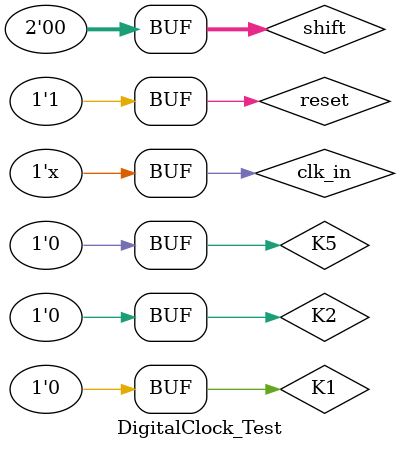
<source format=v>
`timescale 1ns / 1ps


module DigitalClock_Test( );
reg clk_in;
reg reset;
reg K1;
reg K2;
reg [1:0]shift;
reg K5;
wire[6:0] led_7seg;
wire[3:0] led_sel;
wire Sout;



DigitalClock Test(
.clk_in(clk_in),
.reset(reset),
.K1(K1),
.K2(K2),
.K5(K5),
.shift(shift),
.Sout(Sout),
.led_7seg(led_7seg),
.led_sel(led_sel)
);

initial 
    begin
        shift=2'b00;
        clk_in = 1;
        reset = 0;
        K1 = 0;
        K2 = 0;
        K5 = 0;
        #10 reset = 1;
    end
    
always #1 clk_in = ~clk_in;

endmodule


</source>
